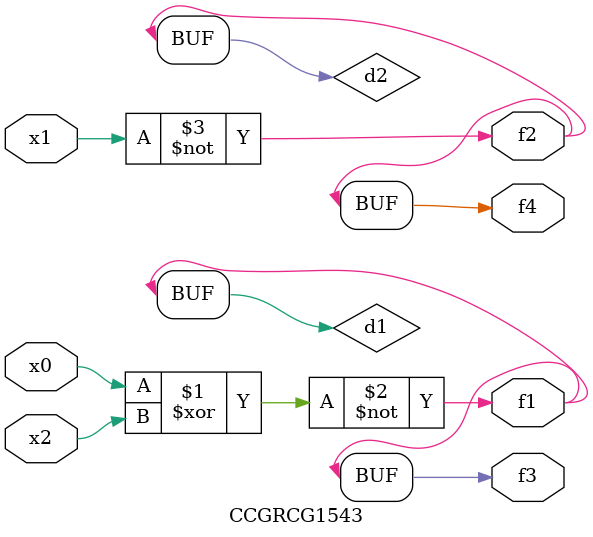
<source format=v>
module CCGRCG1543(
	input x0, x1, x2,
	output f1, f2, f3, f4
);

	wire d1, d2, d3;

	xnor (d1, x0, x2);
	nand (d2, x1);
	nor (d3, x1, x2);
	assign f1 = d1;
	assign f2 = d2;
	assign f3 = d1;
	assign f4 = d2;
endmodule

</source>
